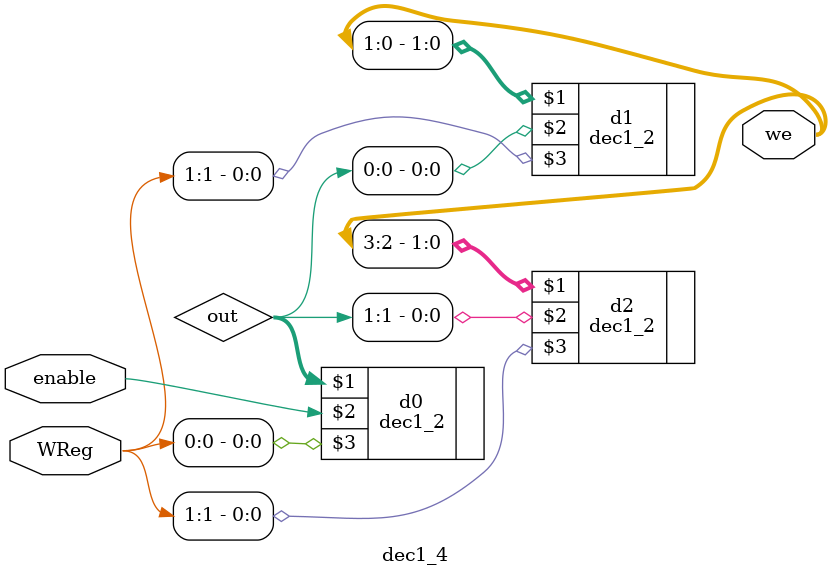
<source format=sv>
module dec1_4(we, enable, WReg);

	output logic [3:0] we;
	input logic enable;
	input logic [1:0]WReg;
	logic [1:0] out;
	
	dec1_2 d0(out, enable,WReg[0]);
	dec1_2 d1(we[1:0], out[0], WReg[1]); 	
	dec1_2 d2(we[3:2], out[1], WReg[1]);

endmodule	
</source>
